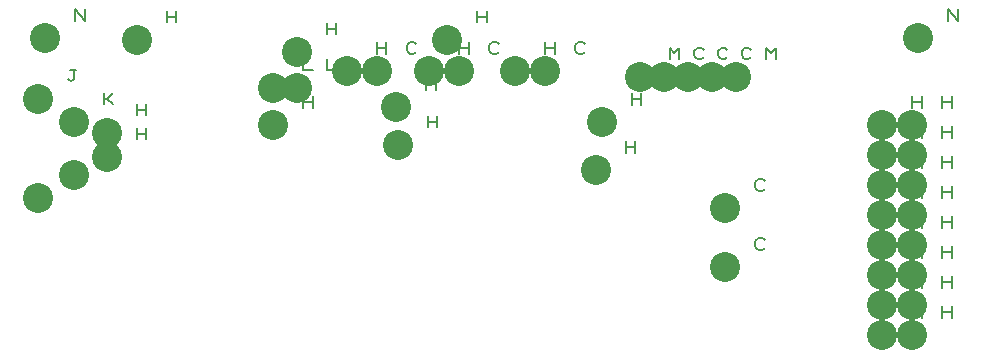
<source format=gbr>
%FSLAX35Y35*%
%MOIN*%
G04 EasyPC Gerber Version 18.0.9 Build 3640 *
%ADD24C,0.00500*%
%ADD23C,0.10000*%
X0Y0D02*
D02*
D23*
X11469Y406411D03*
Y439285D03*
X13750Y459467D03*
X23280Y414089D03*
Y431608D03*
X34250Y419848D03*
Y427848D03*
X44250Y458967D03*
X89813Y430467D03*
Y442967D03*
X97687D03*
Y454904D03*
X114250Y448467D03*
X124250D03*
X130750Y436467D03*
X131250Y423967D03*
X141750Y448467D03*
X147750Y458967D03*
X151750Y448467D03*
X170500D03*
X180500D03*
X197250Y415467D03*
X199250Y431467D03*
X211858Y446717D03*
X220126D03*
X228000D03*
X235874D03*
X240500Y383124D03*
Y402809D03*
X244142Y446717D03*
X292750Y360467D03*
Y370467D03*
Y380467D03*
Y390467D03*
Y400467D03*
Y410467D03*
Y420467D03*
Y430467D03*
X302750Y360467D03*
Y370467D03*
Y380467D03*
Y390467D03*
Y400467D03*
Y410467D03*
Y420467D03*
Y430467D03*
X304750Y459467D03*
D02*
D24*
X21469Y412974D02*
X21781Y412661D01*
X22406Y412349*
X23031Y412661*
X23344Y412974*
Y416099*
X23969*
X23344D02*
X22094D01*
X21469Y445848D02*
X21781Y445535D01*
X22406Y445223*
X23031Y445535*
X23344Y445848*
Y448973*
X23969*
X23344D02*
X22094D01*
X23750Y465404D02*
Y469154D01*
X26875Y465404*
Y469154*
X33280Y420026D02*
Y423776D01*
Y421901D02*
X34217D01*
X36405Y423776*
X34217Y421901D02*
X36405Y420026D01*
X33280Y437546D02*
Y441296D01*
Y439421D02*
X34217D01*
X36405Y441296*
X34217Y439421D02*
X36405Y437546D01*
X44250Y425786D02*
Y429536D01*
Y427661D02*
X47375D01*
Y425786D02*
Y429536D01*
X44250Y433786D02*
Y437536D01*
Y435661D02*
X47375D01*
Y433786D02*
Y437536D01*
X54250Y464904D02*
Y468654D01*
Y466779D02*
X57375D01*
Y464904D02*
Y468654D01*
X99813Y436404D02*
Y440154D01*
Y438279D02*
X102938D01*
Y436404D02*
Y440154D01*
X99813Y452654D02*
Y448904D01*
X102938*
X107687Y452654D02*
Y448904D01*
X110812*
X107687Y460841D02*
Y464591D01*
Y462716D02*
X110812D01*
Y460841D02*
Y464591D01*
X124250Y454404D02*
Y458154D01*
Y456279D02*
X127375D01*
Y454404D02*
Y458154D01*
X137375Y455029D02*
X137063Y454717D01*
X136437Y454404*
X135500*
X134875Y454717*
X134563Y455029*
X134250Y455654*
Y456904*
X134563Y457529*
X134875Y457842*
X135500Y458154*
X136437*
X137063Y457842*
X137375Y457529*
X140750Y442404D02*
Y446154D01*
Y444279D02*
X143875D01*
Y442404D02*
Y446154D01*
X141250Y429904D02*
Y433654D01*
Y431779D02*
X144375D01*
Y429904D02*
Y433654D01*
X151750Y454404D02*
Y458154D01*
Y456279D02*
X154875D01*
Y454404D02*
Y458154D01*
X157750Y464904D02*
Y468654D01*
Y466779D02*
X160875D01*
Y464904D02*
Y468654D01*
X164875Y455029D02*
X164563Y454717D01*
X163937Y454404*
X163000*
X162375Y454717*
X162063Y455029*
X161750Y455654*
Y456904*
X162063Y457529*
X162375Y457842*
X163000Y458154*
X163937*
X164563Y457842*
X164875Y457529*
X180500Y454404D02*
Y458154D01*
Y456279D02*
X183625D01*
Y454404D02*
Y458154D01*
X193625Y455029D02*
X193313Y454717D01*
X192687Y454404*
X191750*
X191125Y454717*
X190813Y455029*
X190500Y455654*
Y456904*
X190813Y457529*
X191125Y457842*
X191750Y458154*
X192687*
X193313Y457842*
X193625Y457529*
X207250Y421404D02*
Y425154D01*
Y423279D02*
X210375D01*
Y421404D02*
Y425154D01*
X209250Y437404D02*
Y441154D01*
Y439279D02*
X212375D01*
Y437404D02*
Y441154D01*
X221858Y452654D02*
Y456404D01*
X223421Y454529*
X224983Y456404*
Y452654*
X233251Y453279D02*
X232939Y452967D01*
X232313Y452654*
X231376*
X230751Y452967*
X230439Y453279*
X230126Y453904*
Y455154*
X230439Y455779*
X230751Y456092*
X231376Y456404*
X232313*
X232939Y456092*
X233251Y455779*
X241125Y453279D02*
X240813Y452967D01*
X240187Y452654*
X239250*
X238625Y452967*
X238313Y453279*
X238000Y453904*
Y455154*
X238313Y455779*
X238625Y456092*
X239250Y456404*
X240187*
X240813Y456092*
X241125Y455779*
X248999Y453279D02*
X248687Y452967D01*
X248061Y452654*
X247124*
X246499Y452967*
X246187Y453279*
X245874Y453904*
Y455154*
X246187Y455779*
X246499Y456092*
X247124Y456404*
X248061*
X248687Y456092*
X248999Y455779*
X253625Y389687D02*
X253313Y389374D01*
X252687Y389061*
X251750*
X251125Y389374*
X250813Y389687*
X250500Y390311*
Y391561*
X250813Y392187*
X251125Y392499*
X251750Y392811*
X252687*
X253313Y392499*
X253625Y392187*
Y409372D02*
X253313Y409059D01*
X252687Y408746*
X251750*
X251125Y409059*
X250813Y409372*
X250500Y409996*
Y411246*
X250813Y411872*
X251125Y412184*
X251750Y412496*
X252687*
X253313Y412184*
X253625Y411872*
X254142Y452654D02*
Y456404D01*
X255704Y454529*
X257267Y456404*
Y452654*
X302750Y366404D02*
Y370154D01*
Y368279D02*
X305875D01*
Y366404D02*
Y370154D01*
X302750Y376404D02*
Y380154D01*
Y378279D02*
X305875D01*
Y376404D02*
Y380154D01*
X302750Y386404D02*
Y390154D01*
Y388279D02*
X305875D01*
Y386404D02*
Y390154D01*
X302750Y396404D02*
Y400154D01*
Y398279D02*
X305875D01*
Y396404D02*
Y400154D01*
X302750Y406404D02*
Y410154D01*
Y408279D02*
X305875D01*
Y406404D02*
Y410154D01*
X302750Y416404D02*
Y420154D01*
Y418279D02*
X305875D01*
Y416404D02*
Y420154D01*
X302750Y426404D02*
Y430154D01*
Y428279D02*
X305875D01*
Y426404D02*
Y430154D01*
X302750Y436404D02*
Y440154D01*
Y438279D02*
X305875D01*
Y436404D02*
Y440154D01*
X312750Y366404D02*
Y370154D01*
Y368279D02*
X315875D01*
Y366404D02*
Y370154D01*
X312750Y376404D02*
Y380154D01*
Y378279D02*
X315875D01*
Y376404D02*
Y380154D01*
X312750Y386404D02*
Y390154D01*
Y388279D02*
X315875D01*
Y386404D02*
Y390154D01*
X312750Y396404D02*
Y400154D01*
Y398279D02*
X315875D01*
Y396404D02*
Y400154D01*
X312750Y406404D02*
Y410154D01*
Y408279D02*
X315875D01*
Y406404D02*
Y410154D01*
X312750Y416404D02*
Y420154D01*
Y418279D02*
X315875D01*
Y416404D02*
Y420154D01*
X312750Y426404D02*
Y430154D01*
Y428279D02*
X315875D01*
Y426404D02*
Y430154D01*
X312750Y436404D02*
Y440154D01*
Y438279D02*
X315875D01*
Y436404D02*
Y440154D01*
X314750Y465404D02*
Y469154D01*
X317875Y465404*
Y469154*
X0Y0D02*
M02*

</source>
